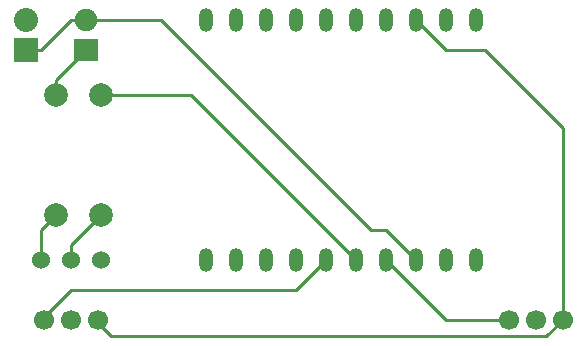
<source format=gbr>
G04 #@! TF.FileFunction,Copper,L1,Top,Signal*
%FSLAX46Y46*%
G04 Gerber Fmt 4.6, Leading zero omitted, Abs format (unit mm)*
G04 Created by KiCad (PCBNEW 4.0.2+dfsg1-stable) date Sun 09 Apr 2017 07:28:00 PM CDT*
%MOMM*%
G01*
G04 APERTURE LIST*
%ADD10C,0.100000*%
%ADD11R,2.000000X1.900000*%
%ADD12C,1.900000*%
%ADD13C,1.524000*%
%ADD14C,1.998980*%
%ADD15C,1.699260*%
%ADD16O,1.200000X2.000000*%
%ADD17R,2.032000X2.032000*%
%ADD18O,2.032000X2.032000*%
%ADD19C,0.250000*%
G04 APERTURE END LIST*
D10*
D11*
X90170000Y-104140000D03*
D12*
X90170000Y-101600000D03*
D13*
X88900000Y-121920000D03*
X91440000Y-121920000D03*
X86360000Y-121920000D03*
D14*
X91440000Y-118110000D03*
X91440000Y-107950000D03*
X87630000Y-107950000D03*
X87630000Y-118110000D03*
D15*
X88900000Y-127000000D03*
X86608920Y-127000000D03*
X91191080Y-127000000D03*
X128270000Y-127000000D03*
X125978920Y-127000000D03*
X130561080Y-127000000D03*
D16*
X100330000Y-101600000D03*
X100330000Y-121920000D03*
X102870000Y-101600000D03*
X102870000Y-121920000D03*
X105410000Y-101600000D03*
X105410000Y-121920000D03*
X107950000Y-101600000D03*
X107950000Y-121920000D03*
X110490000Y-101600000D03*
X110490000Y-121920000D03*
X113030000Y-101600000D03*
X113030000Y-121920000D03*
X115570000Y-101600000D03*
X115570000Y-121920000D03*
X118110000Y-101600000D03*
X118110000Y-121920000D03*
X120650000Y-101600000D03*
X120650000Y-121920000D03*
X123190000Y-101600000D03*
X123190000Y-121920000D03*
D17*
X85090000Y-104140000D03*
D18*
X85090000Y-101600000D03*
D19*
X87630000Y-107950000D02*
X87630000Y-106680000D01*
X87630000Y-106680000D02*
X90170000Y-104140000D01*
X90170000Y-101600000D02*
X96520000Y-101600000D01*
X115570000Y-119380000D02*
X118110000Y-121920000D01*
X114300000Y-119380000D02*
X115570000Y-119380000D01*
X96520000Y-101600000D02*
X114300000Y-119380000D01*
X85090000Y-104140000D02*
X86360000Y-104140000D01*
X88900000Y-101600000D02*
X90170000Y-101600000D01*
X86360000Y-104140000D02*
X88900000Y-101600000D01*
X88900000Y-121920000D02*
X88900000Y-120650000D01*
X88900000Y-120650000D02*
X91440000Y-118110000D01*
X86360000Y-121920000D02*
X86360000Y-119380000D01*
X86360000Y-119380000D02*
X87630000Y-118110000D01*
X91440000Y-107950000D02*
X99060000Y-107950000D01*
X99060000Y-107950000D02*
X113030000Y-121920000D01*
X110490000Y-121920000D02*
X107950000Y-124460000D01*
X88900000Y-124460000D02*
X86608920Y-126751080D01*
X107950000Y-124460000D02*
X88900000Y-124460000D01*
X86608920Y-126751080D02*
X86608920Y-127000000D01*
X125978920Y-127000000D02*
X120650000Y-127000000D01*
X120650000Y-127000000D02*
X115570000Y-121920000D01*
X130561080Y-127000000D02*
X130556000Y-127000000D01*
X130556000Y-127000000D02*
X129159000Y-128397000D01*
X92329000Y-128397000D02*
X91191080Y-127259080D01*
X129159000Y-128397000D02*
X92329000Y-128397000D01*
X91191080Y-127259080D02*
X91191080Y-127000000D01*
X130561080Y-127000000D02*
X130561080Y-110738920D01*
X120650000Y-104140000D02*
X118110000Y-101600000D01*
X123962160Y-104140000D02*
X120650000Y-104140000D01*
X130561080Y-110738920D02*
X123962160Y-104140000D01*
M02*

</source>
